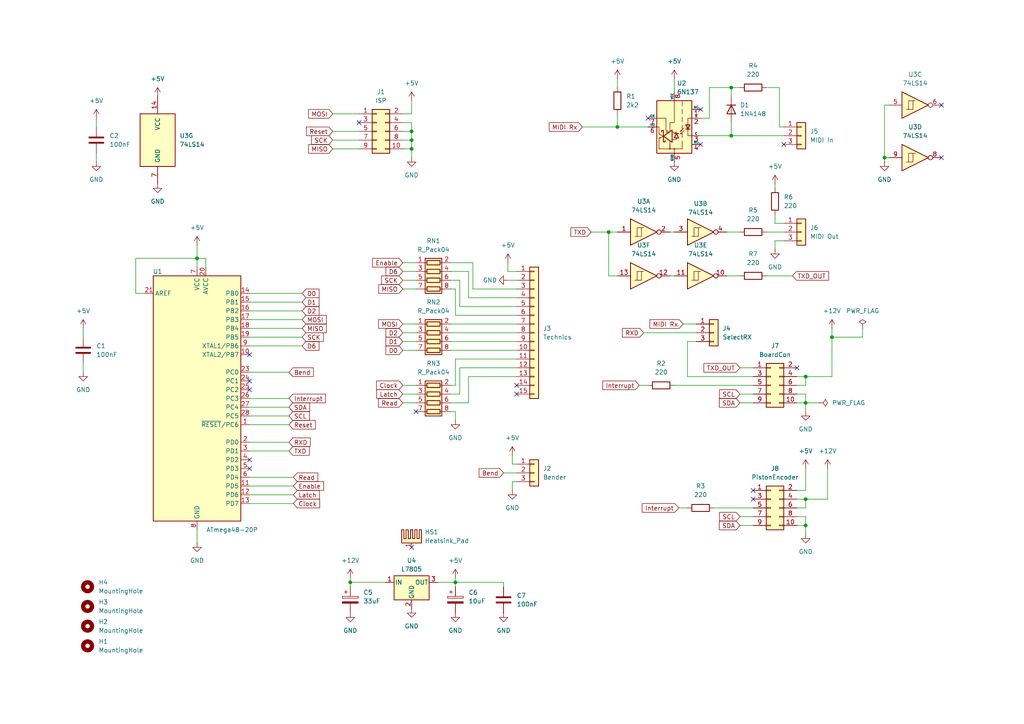
<source format=kicad_sch>
(kicad_sch (version 20231120) (generator "eeschema") (generator_version "8.0")
  (paper "A4")
  (lib_symbols
    (symbol "74xx:74LS14" (pin_names (offset 1.016))
      (property "Reference" "U" (at 0 1.27 0))
      (property "Value" "74LS14" (at 0 -1.27 0))
      (symbol "74LS14_1_0"
        (pin input line (at -7.62 0 0) (length 3.81) (name "~") (number "1"))
        (pin output inverted (at 7.62 0 180) (length 3.81) (name "~") (number "2"))
      )
      (symbol "74LS14_2_0"
        (pin input line (at -7.62 0 0) (length 3.81) (name "~") (number "3"))
        (pin output inverted (at 7.62 0 180) (length 3.81) (name "~") (number "4"))
      )
      (symbol "74LS14_3_0"
        (pin input line (at -7.62 0 0) (length 3.81) (name "~") (number "5"))
        (pin output inverted (at 7.62 0 180) (length 3.81) (name "~") (number "6"))
      )
      (symbol "74LS14_4_0"
        (pin output inverted (at 7.62 0 180) (length 3.81) (name "~") (number "8"))
        (pin input line (at -7.62 0 0) (length 3.81) (name "~") (number "9"))
      )
      (symbol "74LS14_5_0"
        (pin output inverted (at 7.62 0 180) (length 3.81) (name "~") (number "10"))
        (pin input line (at -7.62 0 0) (length 3.81) (name "~") (number "11"))
      )
      (symbol "74LS14_6_0"
        (pin output inverted (at 7.62 0 180) (length 3.81) (name "~") (number "12"))
        (pin input line (at -7.62 0 0) (length 3.81) (name "~") (number "13"))
      )
      (symbol "74LS14_7_0"
        (pin power_in line (at 0 12.7 270) (length 5.08) (name "VCC") (number "14"))
        (pin power_in line (at 0 -12.7 90) (length 5.08) (name "GND") (number "7"))
      )
    )
    (symbol "Connector_Generic:Conn_01x03" (pin_names (offset 1.016) hide)
      (property "Reference" "J" (at 0 5.08 0))
      (property "Value" "Conn_01x03" (at 0 -5.08 0))
      (symbol "Conn_01x03_1_1"
        (pin passive line (at -5.08 2.54 0) (length 3.81) (name "Pin_1") (number "1"))
        (pin passive line (at -5.08 0 0) (length 3.81) (name "Pin_2") (number "2"))
        (pin passive line (at -5.08 -2.54 0) (length 3.81) (name "Pin_3") (number "3"))
      )
    )
    (symbol "Connector_Generic:Conn_01x15" (pin_names (offset 1.016) hide)
      (property "Reference" "J" (at 0 20.32 0))
      (property "Value" "Conn_01x15" (at 0 -20.32 0))
      (symbol "Conn_01x15_1_1"
        (pin passive line (at -5.08 17.78 0) (length 3.81) (name "Pin_1") (number "1"))
        (pin passive line (at -5.08 -5.08 0) (length 3.81) (name "Pin_10") (number "10"))
        (pin passive line (at -5.08 -7.62 0) (length 3.81) (name "Pin_11") (number "11"))
        (pin passive line (at -5.08 -10.16 0) (length 3.81) (name "Pin_12") (number "12"))
        (pin passive line (at -5.08 -12.7 0) (length 3.81) (name "Pin_13") (number "13"))
        (pin passive line (at -5.08 -15.24 0) (length 3.81) (name "Pin_14") (number "14"))
        (pin passive line (at -5.08 -17.78 0) (length 3.81) (name "Pin_15") (number "15"))
        (pin passive line (at -5.08 15.24 0) (length 3.81) (name "Pin_2") (number "2"))
        (pin passive line (at -5.08 12.7 0) (length 3.81) (name "Pin_3") (number "3"))
        (pin passive line (at -5.08 10.16 0) (length 3.81) (name "Pin_4") (number "4"))
        (pin passive line (at -5.08 7.62 0) (length 3.81) (name "Pin_5") (number "5"))
        (pin passive line (at -5.08 5.08 0) (length 3.81) (name "Pin_6") (number "6"))
        (pin passive line (at -5.08 2.54 0) (length 3.81) (name "Pin_7") (number "7"))
        (pin passive line (at -5.08 0 0) (length 3.81) (name "Pin_8") (number "8"))
        (pin passive line (at -5.08 -2.54 0) (length 3.81) (name "Pin_9") (number "9"))
      )
    )
    (symbol "Connector_Generic:Conn_02x05_Odd_Even" (pin_names (offset 1.016) hide)
      (property "Reference" "J" (at 1.27 7.62 0))
      (property "Value" "Conn_02x05_Odd_Even" (at 1.27 -7.62 0))
      (symbol "Conn_02x05_Odd_Even_1_1"
        (pin passive line (at -5.08 5.08 0) (length 3.81) (name "Pin_1") (number "1"))
        (pin passive line (at 7.62 -5.08 180) (length 3.81) (name "Pin_10") (number "10"))
        (pin passive line (at 7.62 5.08 180) (length 3.81) (name "Pin_2") (number "2"))
        (pin passive line (at -5.08 2.54 0) (length 3.81) (name "Pin_3") (number "3"))
        (pin passive line (at 7.62 2.54 180) (length 3.81) (name "Pin_4") (number "4"))
        (pin passive line (at -5.08 0 0) (length 3.81) (name "Pin_5") (number "5"))
        (pin passive line (at 7.62 0 180) (length 3.81) (name "Pin_6") (number "6"))
        (pin passive line (at -5.08 -2.54 0) (length 3.81) (name "Pin_7") (number "7"))
        (pin passive line (at 7.62 -2.54 180) (length 3.81) (name "Pin_8") (number "8"))
        (pin passive line (at -5.08 -5.08 0) (length 3.81) (name "Pin_9") (number "9"))
      )
    )
    (symbol "Custom_Symbols:R_Pack04_SIL" (pin_names (offset 0) hide)
      (property "Reference" "RN3" (at 8.89 0 90))
      (property "Value" "R_Pack04" (at 6.35 0 90))
      (symbol "R_Pack04_SIL_1_1"
        (pin passive line (at -5.08 -5.08 90) (length 2.54) (name "R1.1") (number "1"))
        (pin passive line (at -5.08 5.08 270) (length 2.54) (name "R1.2") (number "2"))
        (pin passive line (at -2.54 -5.08 90) (length 2.54) (name "R2.1") (number "3"))
        (pin passive line (at -2.54 5.08 270) (length 2.54) (name "R2.2") (number "4"))
        (pin passive line (at 0 -5.08 90) (length 2.54) (name "R3.1") (number "5"))
        (pin passive line (at 0 5.08 270) (length 2.54) (name "R3.2") (number "6"))
        (pin passive line (at 2.54 -5.08 90) (length 2.54) (name "R4.1") (number "7"))
        (pin passive line (at 2.54 5.08 270) (length 2.54) (name "R4.2") (number "8"))
      )
    )
    (symbol "Device:C" (pin_numbers hide) (pin_names (offset 0.254))
      (property "Reference" "C" (at 0.635 2.54 0))
      (property "Value" "C" (at 0.635 -2.54 0))
      (symbol "C_1_1"
        (pin passive line (at 0 3.81 270) (length 2.794) (name "~") (number "1"))
        (pin passive line (at 0 -3.81 90) (length 2.794) (name "~") (number "2"))
      )
    )
    (symbol "Device:C_Polarized" (pin_numbers hide) (pin_names (offset 0.254))
      (property "Reference" "C" (at 0.635 2.54 0))
      (property "Value" "C_Polarized" (at 0.635 -2.54 0))
      (symbol "C_Polarized_1_1"
        (pin passive line (at 0 3.81 270) (length 2.794) (name "~") (number "1"))
        (pin passive line (at 0 -3.81 90) (length 2.794) (name "~") (number "2"))
      )
    )
    (symbol "Device:R" (pin_numbers hide) (pin_names (offset 0))
      (property "Reference" "R" (at 2.032 0 90))
      (property "Value" "R" (at 0 0 90))
      (symbol "R_1_1"
        (pin passive line (at 0 3.81 270) (length 1.27) (name "~") (number "1"))
        (pin passive line (at 0 -3.81 90) (length 1.27) (name "~") (number "2"))
      )
    )
    (symbol "Diode:1N4148" (pin_numbers hide) (pin_names hide)
      (property "Reference" "D" (at 0 2.54 0))
      (property "Value" "1N4148" (at 0 -2.54 0))
      (symbol "1N4148_1_1"
        (pin passive line (at -3.81 0 0) (length 2.54) (name "K") (number "1"))
        (pin passive line (at 3.81 0 180) (length 2.54) (name "A") (number "2"))
      )
    )
    (symbol "Isolator:6N137" (pin_names (offset 0))
      (property "Reference" "U" (at -4.064 8.89 0))
      (property "Value" "6N137" (at 0 -8.89 0))
      (symbol "6N137_1_1"
        (pin passive line (at -7.62 5.08 0) (length 2.54) (name "NC") (number "1"))
        (pin passive line (at -7.62 2.54 0) (length 2.54) (name "A") (number "2"))
        (pin passive line (at -7.62 -2.54 0) (length 2.54) (name "C") (number "3"))
        (pin passive line (at -7.62 -5.08 0) (length 2.54) (name "NC") (number "4"))
        (pin power_in line (at 0 -10.16 90) (length 2.54) (name "GND") (number "5"))
        (pin open_collector line (at 7.62 0 180) (length 2.54) (name "VO") (number "6"))
        (pin input line (at 7.62 2.54 180) (length 2.54) (name "EN") (number "7"))
        (pin power_in line (at 0 10.16 270) (length 2.54) (name "VCC") (number "8"))
      )
    )
    (symbol "MCU_Microchip_ATmega:ATmega48-20P"
      (property "Reference" "U" (at -12.7 36.83 0))
      (property "Value" "ATmega48-20P" (at 2.54 -36.83 0))
      (symbol "ATmega48-20P_1_1"
        (pin bidirectional line (at 15.24 -7.62 180) (length 2.54) (name "~{RESET}/PC6") (number "1"))
        (pin bidirectional line (at 15.24 12.7 180) (length 2.54) (name "XTAL2/PB7") (number "10"))
        (pin bidirectional line (at 15.24 -25.4 180) (length 2.54) (name "PD5") (number "11"))
        (pin bidirectional line (at 15.24 -27.94 180) (length 2.54) (name "PD6") (number "12"))
        (pin bidirectional line (at 15.24 -30.48 180) (length 2.54) (name "PD7") (number "13"))
        (pin bidirectional line (at 15.24 30.48 180) (length 2.54) (name "PB0") (number "14"))
        (pin bidirectional line (at 15.24 27.94 180) (length 2.54) (name "PB1") (number "15"))
        (pin bidirectional line (at 15.24 25.4 180) (length 2.54) (name "PB2") (number "16"))
        (pin bidirectional line (at 15.24 22.86 180) (length 2.54) (name "PB3") (number "17"))
        (pin bidirectional line (at 15.24 20.32 180) (length 2.54) (name "PB4") (number "18"))
        (pin bidirectional line (at 15.24 17.78 180) (length 2.54) (name "PB5") (number "19"))
        (pin bidirectional line (at 15.24 -12.7 180) (length 2.54) (name "PD0") (number "2"))
        (pin power_in line (at 2.54 38.1 270) (length 2.54) (name "AVCC") (number "20"))
        (pin passive line (at -15.24 30.48 0) (length 2.54) (name "AREF") (number "21"))
        (pin passive line (at 0 -38.1 90) (length 2.54) hide (name "GND") (number "22"))
        (pin bidirectional line (at 15.24 7.62 180) (length 2.54) (name "PC0") (number "23"))
        (pin bidirectional line (at 15.24 5.08 180) (length 2.54) (name "PC1") (number "24"))
        (pin bidirectional line (at 15.24 2.54 180) (length 2.54) (name "PC2") (number "25"))
        (pin bidirectional line (at 15.24 0 180) (length 2.54) (name "PC3") (number "26"))
        (pin bidirectional line (at 15.24 -2.54 180) (length 2.54) (name "PC4") (number "27"))
        (pin bidirectional line (at 15.24 -5.08 180) (length 2.54) (name "PC5") (number "28"))
        (pin bidirectional line (at 15.24 -15.24 180) (length 2.54) (name "PD1") (number "3"))
        (pin bidirectional line (at 15.24 -17.78 180) (length 2.54) (name "PD2") (number "4"))
        (pin bidirectional line (at 15.24 -20.32 180) (length 2.54) (name "PD3") (number "5"))
        (pin bidirectional line (at 15.24 -22.86 180) (length 2.54) (name "PD4") (number "6"))
        (pin power_in line (at 0 38.1 270) (length 2.54) (name "VCC") (number "7"))
        (pin power_in line (at 0 -38.1 90) (length 2.54) (name "GND") (number "8"))
        (pin bidirectional line (at 15.24 15.24 180) (length 2.54) (name "XTAL1/PB6") (number "9"))
      )
    )
    (symbol "Mechanical:Heatsink_Pad" (pin_names (offset 0))
      (property "Reference" "HS" (at 0 5.715 0))
      (property "Value" "Heatsink_Pad" (at 0 3.81 0))
      (symbol "Heatsink_Pad_1_1"
        (pin passive line (at 0 -2.54 90) (length 1.27) (name "~") (number "1"))
      )
    )
    (symbol "Mechanical:MountingHole" (pin_names (offset 1.016))
      (property "Reference" "H" (at 0 5.08 0))
      (property "Value" "MountingHole" (at 0 3.175 0))
    )
    (symbol "Regulator_Linear:L7805" (pin_names (offset 0.254))
      (property "Reference" "U" (at -3.81 3.175 0))
      (property "Value" "L7805" (at 0 3.175 0))
      (symbol "L7805_1_1"
        (pin power_in line (at -7.62 0 0) (length 2.54) (name "IN") (number "1"))
        (pin power_in line (at 0 -7.62 90) (length 2.54) (name "GND") (number "2"))
        (pin power_out line (at 7.62 0 180) (length 2.54) (name "OUT") (number "3"))
      )
    )
    (symbol "power:+12V" (power) (pin_numbers hide) (pin_names (offset 0) hide)
      (property "Value" "+12V" (at 0 3.556 0))
      (symbol "+12V_1_1"
        (pin power_in line (at 0 0 90) (length 0) (name "~") (number "1"))
      )
    )
    (symbol "power:+5V" (power) (pin_numbers hide) (pin_names (offset 0) hide)
      (property "Value" "+5V" (at 0 3.556 0))
      (symbol "+5V_1_1"
        (pin power_in line (at 0 0 90) (length 0) (name "~") (number "1"))
      )
    )
    (symbol "power:GND" (power) (pin_numbers hide) (pin_names (offset 0) hide)
      (property "Value" "GND" (at 0 -3.81 0))
      (symbol "GND_1_1"
        (pin power_in line (at 0 0 270) (length 0) (name "~") (number "1"))
      )
    )
    (symbol "power:PWR_FLAG" (power) (pin_numbers hide) (pin_names (offset 0) hide)
      (property "Value" "PWR_FLAG" (at 0 3.81 0))
      (symbol "PWR_FLAG_0_0"
        (pin power_out line (at 0 0 90) (length 0) (name "~") (number "1"))
      )
    )
  )
  (junction (at 179.07 36.83))
  (junction (at 241.3 97.79))
  (junction (at 233.68 152.4))
  (junction (at 132.08 168.91))
  (junction (at 101.6 168.91))
  (junction (at 233.68 109.22))
  (junction (at 256.54 45.72))
  (junction (at 119.38 38.1))
  (junction (at 233.68 116.84))
  (junction (at 119.38 40.64))
  (junction (at 57.15 74.93))
  (junction (at 176.53 67.31))
  (junction (at 119.38 43.18))
  (junction (at 212.09 25.4))
  (junction (at 212.09 39.37))
  (junction (at 233.68 144.78))
  (no_connect (at 119.38 158.75))
  (no_connect (at 273.05 30.48))
  (no_connect (at 218.44 142.24))
  (no_connect (at 149.86 114.3))
  (no_connect (at 72.39 135.89))
  (no_connect (at 203.2 41.91))
  (no_connect (at 149.86 111.76))
  (no_connect (at 203.2 31.75))
  (no_connect (at 72.39 110.49))
  (no_connect (at 187.96 34.29))
  (no_connect (at 104.14 35.56))
  (no_connect (at 231.14 106.68))
  (no_connect (at 72.39 113.03))
  (no_connect (at 273.05 45.72))
  (no_connect (at 72.39 133.35))
  (no_connect (at 72.39 102.87))
  (no_connect (at 218.44 144.78))
  (no_connect (at 227.33 41.91))
  (no_connect (at 120.65 119.38))
  (wire (pts (xy 72.39 87.63) (xy 87.63 87.63)))
  (wire (pts (xy 130.81 114.3) (xy 133.35 114.3)))
  (wire (pts (xy 199.39 109.22) (xy 199.39 99.06)))
  (wire (pts (xy 195.58 22.86) (xy 195.58 26.67)))
  (wire (pts (xy 227.33 36.83) (xy 226.06 36.83)))
  (wire (pts (xy 203.2 34.29) (xy 205.74 34.29)))
  (wire (pts (xy 133.35 88.9) (xy 149.86 88.9)))
  (wire (pts (xy 119.38 33.02) (xy 119.38 29.21)))
  (wire (pts (xy 250.19 95.25) (xy 250.19 97.79)))
  (wire (pts (xy 72.39 107.95) (xy 83.82 107.95)))
  (wire (pts (xy 233.68 114.3) (xy 233.68 116.84)))
  (wire (pts (xy 72.39 143.51) (xy 85.09 143.51)))
  (wire (pts (xy 116.84 76.2) (xy 120.65 76.2)))
  (wire (pts (xy 137.16 83.82) (xy 149.86 83.82)))
  (wire (pts (xy 179.07 36.83) (xy 187.96 36.83)))
  (wire (pts (xy 72.39 95.25) (xy 87.63 95.25)))
  (wire (pts (xy 72.39 85.09) (xy 87.63 85.09)))
  (wire (pts (xy 127 168.91) (xy 132.08 168.91)))
  (wire (pts (xy 149.86 139.7) (xy 148.59 139.7)))
  (wire (pts (xy 39.37 85.09) (xy 39.37 74.93)))
  (wire (pts (xy 119.38 35.56) (xy 119.38 38.1)))
  (wire (pts (xy 214.63 114.3) (xy 218.44 114.3)))
  (wire (pts (xy 214.63 149.86) (xy 218.44 149.86)))
  (wire (pts (xy 119.38 40.64) (xy 119.38 43.18)))
  (wire (pts (xy 233.68 116.84) (xy 237.49 116.84)))
  (wire (pts (xy 116.84 38.1) (xy 119.38 38.1)))
  (wire (pts (xy 194.31 67.31) (xy 195.58 67.31)))
  (wire (pts (xy 130.81 93.98) (xy 149.86 93.98)))
  (wire (pts (xy 101.6 170.18) (xy 101.6 168.91)))
  (wire (pts (xy 119.38 43.18) (xy 119.38 45.72)))
  (wire (pts (xy 130.81 78.74) (xy 135.89 78.74)))
  (wire (pts (xy 132.08 83.82) (xy 132.08 91.44)))
  (wire (pts (xy 72.39 92.71) (xy 87.63 92.71)))
  (wire (pts (xy 101.6 167.64) (xy 101.6 168.91)))
  (wire (pts (xy 130.81 101.6) (xy 149.86 101.6)))
  (wire (pts (xy 41.91 85.09) (xy 39.37 85.09)))
  (wire (pts (xy 24.13 95.25) (xy 24.13 97.79)))
  (wire (pts (xy 135.89 109.22) (xy 149.86 109.22)))
  (wire (pts (xy 210.82 80.01) (xy 214.63 80.01)))
  (wire (pts (xy 231.14 111.76) (xy 233.68 111.76)))
  (wire (pts (xy 24.13 105.41) (xy 24.13 107.95)))
  (wire (pts (xy 226.06 36.83) (xy 226.06 25.4)))
  (wire (pts (xy 130.81 96.52) (xy 149.86 96.52)))
  (wire (pts (xy 256.54 46.99) (xy 256.54 45.72)))
  (wire (pts (xy 185.42 111.76) (xy 187.96 111.76)))
  (wire (pts (xy 57.15 74.93) (xy 59.69 74.93)))
  (wire (pts (xy 231.14 142.24) (xy 233.68 142.24)))
  (wire (pts (xy 132.08 121.92) (xy 132.08 119.38)))
  (wire (pts (xy 133.35 114.3) (xy 133.35 106.68)))
  (wire (pts (xy 199.39 109.22) (xy 218.44 109.22)))
  (wire (pts (xy 39.37 74.93) (xy 57.15 74.93)))
  (wire (pts (xy 212.09 25.4) (xy 214.63 25.4)))
  (wire (pts (xy 148.59 134.62) (xy 149.86 134.62)))
  (wire (pts (xy 194.31 80.01) (xy 195.58 80.01)))
  (wire (pts (xy 146.05 170.18) (xy 146.05 168.91)))
  (wire (pts (xy 233.68 149.86) (xy 233.68 152.4)))
  (wire (pts (xy 231.14 109.22) (xy 233.68 109.22)))
  (wire (pts (xy 233.68 147.32) (xy 233.68 144.78)))
  (wire (pts (xy 116.84 99.06) (xy 120.65 99.06)))
  (wire (pts (xy 27.94 44.45) (xy 27.94 46.99)))
  (wire (pts (xy 27.94 34.29) (xy 27.94 36.83)))
  (wire (pts (xy 241.3 109.22) (xy 241.3 97.79)))
  (wire (pts (xy 176.53 67.31) (xy 179.07 67.31)))
  (wire (pts (xy 207.01 147.32) (xy 218.44 147.32)))
  (wire (pts (xy 132.08 168.91) (xy 146.05 168.91)))
  (wire (pts (xy 72.39 140.97) (xy 85.09 140.97)))
  (wire (pts (xy 224.79 72.39) (xy 224.79 69.85)))
  (wire (pts (xy 199.39 99.06) (xy 201.93 99.06)))
  (wire (pts (xy 233.68 116.84) (xy 233.68 119.38)))
  (wire (pts (xy 233.68 111.76) (xy 233.68 109.22)))
  (wire (pts (xy 130.81 116.84) (xy 135.89 116.84)))
  (wire (pts (xy 116.84 93.98) (xy 120.65 93.98)))
  (wire (pts (xy 233.68 152.4) (xy 233.68 154.94)))
  (wire (pts (xy 147.32 78.74) (xy 149.86 78.74)))
  (wire (pts (xy 116.84 116.84) (xy 120.65 116.84)))
  (wire (pts (xy 231.14 144.78) (xy 233.68 144.78)))
  (wire (pts (xy 147.32 76.2) (xy 147.32 78.74)))
  (wire (pts (xy 233.68 109.22) (xy 241.3 109.22)))
  (wire (pts (xy 132.08 168.91) (xy 132.08 170.18)))
  (wire (pts (xy 212.09 39.37) (xy 227.33 39.37)))
  (wire (pts (xy 72.39 100.33) (xy 87.63 100.33)))
  (wire (pts (xy 130.81 99.06) (xy 149.86 99.06)))
  (wire (pts (xy 96.52 40.64) (xy 104.14 40.64)))
  (wire (pts (xy 147.32 81.28) (xy 149.86 81.28)))
  (wire (pts (xy 132.08 119.38) (xy 130.81 119.38)))
  (wire (pts (xy 224.79 69.85) (xy 227.33 69.85)))
  (wire (pts (xy 195.58 111.76) (xy 218.44 111.76)))
  (wire (pts (xy 130.81 76.2) (xy 137.16 76.2)))
  (wire (pts (xy 116.84 40.64) (xy 119.38 40.64)))
  (wire (pts (xy 224.79 64.77) (xy 227.33 64.77)))
  (wire (pts (xy 132.08 167.64) (xy 132.08 168.91)))
  (wire (pts (xy 148.59 139.7) (xy 148.59 142.24)))
  (wire (pts (xy 212.09 25.4) (xy 212.09 27.94)))
  (wire (pts (xy 179.07 33.02) (xy 179.07 36.83)))
  (wire (pts (xy 168.91 36.83) (xy 179.07 36.83)))
  (wire (pts (xy 171.45 67.31) (xy 176.53 67.31)))
  (wire (pts (xy 57.15 74.93) (xy 57.15 77.47)))
  (wire (pts (xy 148.59 132.08) (xy 148.59 134.62)))
  (wire (pts (xy 116.84 33.02) (xy 119.38 33.02)))
  (wire (pts (xy 57.15 71.12) (xy 57.15 74.93)))
  (wire (pts (xy 135.89 116.84) (xy 135.89 109.22)))
  (wire (pts (xy 224.79 53.34) (xy 224.79 54.61)))
  (wire (pts (xy 130.81 83.82) (xy 132.08 83.82)))
  (wire (pts (xy 226.06 25.4) (xy 222.25 25.4)))
  (wire (pts (xy 96.52 33.02) (xy 104.14 33.02)))
  (wire (pts (xy 72.39 130.81) (xy 83.82 130.81)))
  (wire (pts (xy 96.52 43.18) (xy 104.14 43.18)))
  (wire (pts (xy 224.79 62.23) (xy 224.79 64.77)))
  (wire (pts (xy 203.2 39.37) (xy 212.09 39.37)))
  (wire (pts (xy 214.63 116.84) (xy 218.44 116.84)))
  (wire (pts (xy 59.69 74.93) (xy 59.69 77.47)))
  (wire (pts (xy 130.81 81.28) (xy 133.35 81.28)))
  (wire (pts (xy 222.25 67.31) (xy 227.33 67.31)))
  (wire (pts (xy 133.35 81.28) (xy 133.35 88.9)))
  (wire (pts (xy 116.84 101.6) (xy 120.65 101.6)))
  (wire (pts (xy 256.54 30.48) (xy 256.54 45.72)))
  (wire (pts (xy 72.39 115.57) (xy 83.82 115.57)))
  (wire (pts (xy 119.38 38.1) (xy 119.38 40.64)))
  (wire (pts (xy 231.14 152.4) (xy 233.68 152.4)))
  (wire (pts (xy 116.84 83.82) (xy 120.65 83.82)))
  (wire (pts (xy 205.74 25.4) (xy 212.09 25.4)))
  (wire (pts (xy 72.39 123.19) (xy 83.82 123.19)))
  (wire (pts (xy 72.39 97.79) (xy 87.63 97.79)))
  (wire (pts (xy 214.63 106.68) (xy 218.44 106.68)))
  (wire (pts (xy 146.05 137.16) (xy 149.86 137.16)))
  (wire (pts (xy 116.84 96.52) (xy 120.65 96.52)))
  (wire (pts (xy 101.6 168.91) (xy 111.76 168.91)))
  (wire (pts (xy 176.53 80.01) (xy 176.53 67.31)))
  (wire (pts (xy 198.12 93.98) (xy 201.93 93.98)))
  (wire (pts (xy 57.15 153.67) (xy 57.15 157.48)))
  (wire (pts (xy 240.03 144.78) (xy 233.68 144.78)))
  (wire (pts (xy 116.84 114.3) (xy 120.65 114.3)))
  (wire (pts (xy 205.74 34.29) (xy 205.74 25.4)))
  (wire (pts (xy 231.14 116.84) (xy 233.68 116.84)))
  (wire (pts (xy 212.09 35.56) (xy 212.09 39.37)))
  (wire (pts (xy 116.84 35.56) (xy 119.38 35.56)))
  (wire (pts (xy 133.35 106.68) (xy 149.86 106.68)))
  (wire (pts (xy 72.39 90.17) (xy 87.63 90.17)))
  (wire (pts (xy 186.69 96.52) (xy 201.93 96.52)))
  (wire (pts (xy 241.3 95.25) (xy 241.3 97.79)))
  (wire (pts (xy 135.89 78.74) (xy 135.89 86.36)))
  (wire (pts (xy 132.08 91.44) (xy 149.86 91.44)))
  (wire (pts (xy 72.39 138.43) (xy 85.09 138.43)))
  (wire (pts (xy 137.16 76.2) (xy 137.16 83.82)))
  (wire (pts (xy 72.39 118.11) (xy 83.82 118.11)))
  (wire (pts (xy 116.84 43.18) (xy 119.38 43.18)))
  (wire (pts (xy 231.14 114.3) (xy 233.68 114.3)))
  (wire (pts (xy 116.84 78.74) (xy 120.65 78.74)))
  (wire (pts (xy 233.68 142.24) (xy 233.68 135.89)))
  (wire (pts (xy 250.19 97.79) (xy 241.3 97.79)))
  (wire (pts (xy 222.25 80.01) (xy 229.87 80.01)))
  (wire (pts (xy 132.08 104.14) (xy 149.86 104.14)))
  (wire (pts (xy 231.14 147.32) (xy 233.68 147.32)))
  (wire (pts (xy 196.85 147.32) (xy 199.39 147.32)))
  (wire (pts (xy 214.63 152.4) (xy 218.44 152.4)))
  (wire (pts (xy 130.81 111.76) (xy 132.08 111.76)))
  (wire (pts (xy 256.54 45.72) (xy 257.81 45.72)))
  (wire (pts (xy 72.39 128.27) (xy 83.82 128.27)))
  (wire (pts (xy 240.03 135.89) (xy 240.03 144.78)))
  (wire (pts (xy 231.14 149.86) (xy 233.68 149.86)))
  (wire (pts (xy 96.52 38.1) (xy 104.14 38.1)))
  (wire (pts (xy 179.07 80.01) (xy 176.53 80.01)))
  (wire (pts (xy 116.84 111.76) (xy 120.65 111.76)))
  (wire (pts (xy 179.07 22.86) (xy 179.07 25.4)))
  (wire (pts (xy 72.39 146.05) (xy 85.09 146.05)))
  (wire (pts (xy 210.82 67.31) (xy 214.63 67.31)))
  (wire (pts (xy 116.84 81.28) (xy 120.65 81.28)))
  (wire (pts (xy 257.81 30.48) (xy 256.54 30.48)))
  (wire (pts (xy 135.89 86.36) (xy 149.86 86.36)))
  (wire (pts (xy 72.39 120.65) (xy 83.82 120.65)))
  (wire (pts (xy 132.08 111.76) (xy 132.08 104.14)))
  (global_label "MIDI Rx" (shape input) (at 198.12 93.98 180) (property "Intersheetrefs" "${INTERSHEET_REFS}" (effects (hide yes))))
  (global_label "Enable" (shape input) (at 116.84 76.2 180) (property "Intersheetrefs" "${INTERSHEET_REFS}" (effects (hide yes))))
  (global_label "Clock" (shape input) (at 85.09 146.05 0) (property "Intersheetrefs" "${INTERSHEET_REFS}" (effects (hide yes))))
  (global_label "RXD" (shape input) (at 186.69 96.52 180) (property "Intersheetrefs" "${INTERSHEET_REFS}" (effects (hide yes))))
  (global_label "Bend" (shape input) (at 146.05 137.16 180) (property "Intersheetrefs" "${INTERSHEET_REFS}" (effects (hide yes))))
  (global_label "RXD" (shape input) (at 83.82 128.27 0) (property "Intersheetrefs" "${INTERSHEET_REFS}" (effects (hide yes))))
  (global_label "Interrupt" (shape input) (at 185.42 111.76 180) (property "Intersheetrefs" "${INTERSHEET_REFS}" (effects (hide yes))))
  (global_label "Latch" (shape input) (at 116.84 114.3 180) (property "Intersheetrefs" "${INTERSHEET_REFS}" (effects (hide yes))))
  (global_label "TXD" (shape input) (at 171.45 67.31 180) (property "Intersheetrefs" "${INTERSHEET_REFS}" (effects (hide yes))))
  (global_label "D1" (shape input) (at 87.63 87.63 0) (property "Intersheetrefs" "${INTERSHEET_REFS}" (effects (hide yes))))
  (global_label "MOSI" (shape input) (at 87.63 92.71 0) (property "Intersheetrefs" "${INTERSHEET_REFS}" (effects (hide yes))))
  (global_label "MISO" (shape input) (at 87.63 95.25 0) (property "Intersheetrefs" "${INTERSHEET_REFS}" (effects (hide yes))))
  (global_label "MISO" (shape input) (at 116.84 83.82 180) (property "Intersheetrefs" "${INTERSHEET_REFS}" (effects (hide yes))))
  (global_label "D6" (shape input) (at 116.84 78.74 180) (property "Intersheetrefs" "${INTERSHEET_REFS}" (effects (hide yes))))
  (global_label "MIDI Rx" (shape input) (at 168.91 36.83 180) (property "Intersheetrefs" "${INTERSHEET_REFS}" (effects (hide yes))))
  (global_label "Reset" (shape input) (at 83.82 123.19 0) (property "Intersheetrefs" "${INTERSHEET_REFS}" (effects (hide yes))))
  (global_label "MOSI" (shape input) (at 116.84 93.98 180) (property "Intersheetrefs" "${INTERSHEET_REFS}" (effects (hide yes))))
  (global_label "SCK" (shape input) (at 116.84 81.28 180) (property "Intersheetrefs" "${INTERSHEET_REFS}" (effects (hide yes))))
  (global_label "D2" (shape input) (at 116.84 96.52 180) (property "Intersheetrefs" "${INTERSHEET_REFS}" (effects (hide yes))))
  (global_label "D1" (shape input) (at 116.84 99.06 180) (property "Intersheetrefs" "${INTERSHEET_REFS}" (effects (hide yes))))
  (global_label "Read" (shape input) (at 85.09 138.43 0) (property "Intersheetrefs" "${INTERSHEET_REFS}" (effects (hide yes))))
  (global_label "D0" (shape input) (at 87.63 85.09 0) (property "Intersheetrefs" "${INTERSHEET_REFS}" (effects (hide yes))))
  (global_label "SCL" (shape input) (at 214.63 149.86 180) (property "Intersheetrefs" "${INTERSHEET_REFS}" (effects (hide yes))))
  (global_label "SDA" (shape input) (at 83.82 118.11 0) (property "Intersheetrefs" "${INTERSHEET_REFS}" (effects (hide yes))))
  (global_label "D0" (shape input) (at 116.84 101.6 180) (property "Intersheetrefs" "${INTERSHEET_REFS}" (effects (hide yes))))
  (global_label "TXD_OUT" (shape input) (at 229.87 80.01 0) (property "Intersheetrefs" "${INTERSHEET_REFS}" (effects (hide yes))))
  (global_label "Enable" (shape input) (at 85.09 140.97 0) (property "Intersheetrefs" "${INTERSHEET_REFS}" (effects (hide yes))))
  (global_label "SCL" (shape input) (at 214.63 114.3 180) (property "Intersheetrefs" "${INTERSHEET_REFS}" (effects (hide yes))))
  (global_label "Interrupt" (shape input) (at 196.85 147.32 180) (property "Intersheetrefs" "${INTERSHEET_REFS}" (effects (hide yes))))
  (global_label "SCK" (shape input) (at 96.52 40.64 180) (property "Intersheetrefs" "${INTERSHEET_REFS}" (effects (hide yes))))
  (global_label "SDA" (shape input) (at 214.63 116.84 180) (property "Intersheetrefs" "${INTERSHEET_REFS}" (effects (hide yes))))
  (global_label "TXD_OUT" (shape input) (at 214.63 106.68 180) (property "Intersheetrefs" "${INTERSHEET_REFS}" (effects (hide yes))))
  (global_label "Reset" (shape input) (at 96.52 38.1 180) (property "Intersheetrefs" "${INTERSHEET_REFS}" (effects (hide yes))))
  (global_label "Interrupt" (shape input) (at 83.82 115.57 0) (property "Intersheetrefs" "${INTERSHEET_REFS}" (effects (hide yes))))
  (global_label "SDA" (shape input) (at 214.63 152.4 180) (property "Intersheetrefs" "${INTERSHEET_REFS}" (effects (hide yes))))
  (global_label "TXD" (shape input) (at 83.82 130.81 0) (property "Intersheetrefs" "${INTERSHEET_REFS}" (effects (hide yes))))
  (global_label "D2" (shape input) (at 87.63 90.17 0) (property "Intersheetrefs" "${INTERSHEET_REFS}" (effects (hide yes))))
  (global_label "D6" (shape input) (at 87.63 100.33 0) (property "Intersheetrefs" "${INTERSHEET_REFS}" (effects (hide yes))))
  (global_label "Bend" (shape input) (at 83.82 107.95 0) (property "Intersheetrefs" "${INTERSHEET_REFS}" (effects (hide yes))))
  (global_label "SCK" (shape input) (at 87.63 97.79 0) (property "Intersheetrefs" "${INTERSHEET_REFS}" (effects (hide yes))))
  (global_label "MISO" (shape input) (at 96.52 43.18 180) (property "Intersheetrefs" "${INTERSHEET_REFS}" (effects (hide yes))))
  (global_label "Read" (shape input) (at 116.84 116.84 180) (property "Intersheetrefs" "${INTERSHEET_REFS}" (effects (hide yes))))
  (global_label "MOSI" (shape input) (at 96.52 33.02 180) (property "Intersheetrefs" "${INTERSHEET_REFS}" (effects (hide yes))))
  (global_label "Latch" (shape input) (at 85.09 143.51 0) (property "Intersheetrefs" "${INTERSHEET_REFS}" (effects (hide yes))))
  (global_label "Clock" (shape input) (at 116.84 111.76 180) (property "Intersheetrefs" "${INTERSHEET_REFS}" (effects (hide yes))))
  (global_label "SCL" (shape input) (at 83.82 120.65 0) (property "Intersheetrefs" "${INTERSHEET_REFS}" (effects (hide yes))))
  (symbol (lib_id "74xx:74LS14") (at 186.69 67.31 0) (unit 1)
    (property "Reference" "U3" (at 186.69 58.42 0))
    (property "Value" "74LS14" (at 186.69 60.96 0))
    (property "Footprint" "Package_DIP:DIP-14_W7.62mm" (effects (hide yes)))
    (property "Datasheet" "http://www.ti.com/lit/gpn/sn74LS14" (effects (hide yes)))
    (property "Description" "Hex inverter schmitt trigger" (effects (hide yes)))
  )
  (symbol (lib_id "Isolator:6N137") (at 195.58 36.83 0) (mirror y) (unit 1)
    (property "Reference" "U2" (at 196.342 24.13 0) (effects (justify right)))
    (property "Value" "6N137" (at 196.342 26.67 0) (effects (justify right)))
    (property "Footprint" "Package_DIP:DIP-8_W7.62mm" (effects (hide yes)))
    (property "Datasheet" "https://docs.broadcom.com/docs/AV02-0940EN" (effects (hide yes)))
    (property "Description" "Single High Speed LSTTL/TTL Compatible Optocoupler with enable, dV/dt 1000/us, VCM 10, max 7V VCC, DIP-8" (effects (hide yes)))
  )
  (symbol (lib_id "power:+12V") (at 101.6 167.64 0) (unit 1)
    (property "Reference" "#PWR030" (effects (hide yes)))
    (property "Value" "+12V" (at 101.6 162.56 0))
    (property "Description" "Power symbol creates a global label with name \"+12V\"" (effects (hide yes)))
  )
  (symbol (lib_id "power:+12V") (at 240.03 135.89 0) (unit 1)
    (property "Reference" "#PWR019" (effects (hide yes)))
    (property "Value" "+12V" (at 240.03 130.81 0))
    (property "Description" "Power symbol creates a global label with name \"+12V\"" (effects (hide yes)))
  )
  (symbol (lib_id "power:+5V") (at 24.13 95.25 0) (unit 1)
    (property "Reference" "#PWR01" (effects (hide yes)))
    (property "Value" "+5V" (at 24.13 90.17 0))
    (property "Description" "Power symbol creates a global label with name \"+5V\"" (effects (hide yes)))
  )
  (symbol (lib_id "Connector_Generic:Conn_01x03") (at 207.01 96.52 0) (unit 1)
    (property "Reference" "J4" (at 209.55 95.2499 0) (effects (justify left)))
    (property "Value" "SelectRX" (at 209.55 97.7899 0) (effects (justify left)))
    (property "Footprint" "Connector_PinHeader_2.54mm:PinHeader_1x03_P2.54mm_Vertical" (effects (hide yes)))
    (property "Description" "Generic connector, single row, 01x03, script generated (kicad-library-utils/schlib/autogen/connector/)" (effects (hide yes)))
  )
  (symbol (lib_id "Custom_Symbols:R_Pack04_SIL") (at 125.73 116.84 270) (unit 1)
    (property "Reference" "RN3" (at 125.73 105.41 90))
    (property "Value" "R_Pack04" (at 125.73 107.95 90))
    (property "Footprint" "Resistor_THT:R_Array_SIP8" (effects (hide yes)))
  )
  (symbol (lib_id "Connector_Generic:Conn_01x03") (at 232.41 39.37 0) (unit 1)
    (property "Reference" "J5" (at 234.95 38.0999 0) (effects (justify left)))
    (property "Value" "MIDI In" (at 234.95 40.6399 0) (effects (justify left)))
    (property "Footprint" "Connector_PinHeader_2.54mm:PinHeader_1x03_P2.54mm_Vertical" (effects (hide yes)))
    (property "Description" "Generic connector, single row, 01x03, script generated (kicad-library-utils/schlib/autogen/connector/)" (effects (hide yes)))
  )
  (symbol (lib_id "Device:R") (at 218.44 67.31 90) (unit 1)
    (property "Reference" "R5" (at 218.44 60.96 90))
    (property "Value" "220" (at 218.44 63.5 90))
    (property "Footprint" "Resistor_THT:R_Axial_DIN0204_L3.6mm_D1.6mm_P7.62mm_Horizontal" (effects (hide yes)))
    (property "Description" "Resistor" (effects (hide yes)))
  )
  (symbol (lib_id "Device:C") (at 24.13 101.6 0) (unit 1)
    (property "Reference" "C1" (at 27.94 100.3299 0) (effects (justify left)))
    (property "Value" "100nF" (at 27.94 102.8699 0) (effects (justify left)))
    (property "Footprint" "Capacitor_THT:C_Disc_D4.3mm_W1.9mm_P5.00mm" (effects (hide yes)))
    (property "Description" "Unpolarized capacitor" (effects (hide yes)))
  )
  (symbol (lib_id "Device:R") (at 224.79 58.42 180) (unit 1)
    (property "Reference" "R6" (at 227.33 57.1499 0) (effects (justify right)))
    (property "Value" "220" (at 227.33 59.6899 0) (effects (justify right)))
    (property "Footprint" "Resistor_THT:R_Axial_DIN0204_L3.6mm_D1.6mm_P2.54mm_Vertical" (effects (hide yes)))
    (property "Description" "Resistor" (effects (hide yes)))
  )
  (symbol (lib_id "Mechanical:MountingHole") (at 25.4 181.61 0) (unit 1)
    (property "Reference" "H2" (at 28.575 180.34 0) (effects (justify left)))
    (property "Value" "MountingHole" (at 28.575 182.88 0) (effects (justify left)))
    (property "Footprint" "MountingHole:MountingHole_3mm" (effects (hide yes)))
    (property "Description" "Mounting Hole without connection" (effects (hide yes)))
  )
  (symbol (lib_id "Custom_Symbols:R_Pack04_SIL") (at 125.73 81.28 270) (unit 1)
    (property "Reference" "RN1" (at 125.73 69.85 90))
    (property "Value" "R_Pack04" (at 125.73 72.39 90))
    (property "Footprint" "Resistor_THT:R_Array_SIP8" (effects (hide yes)))
  )
  (symbol (lib_id "Mechanical:MountingHole") (at 25.4 187.325 0) (unit 1)
    (property "Reference" "H1" (at 28.575 186.055 0) (effects (justify left)))
    (property "Value" "MountingHole" (at 28.575 188.595 0) (effects (justify left)))
    (property "Footprint" "MountingHole:MountingHole_3mm" (effects (hide yes)))
    (property "Description" "Mounting Hole without connection" (effects (hide yes)))
  )
  (symbol (lib_id "power:GND") (at 132.08 177.8 0) (unit 1)
    (property "Reference" "#PWR034" (effects (hide yes)))
    (property "Value" "GND" (at 132.08 182.88 0))
    (property "Description" "Power symbol creates a global label with name \"GND\" , ground" (effects (hide yes)))
  )
  (symbol (lib_id "power:GND") (at 148.59 142.24 0) (unit 1)
    (property "Reference" "#PWR010" (effects (hide yes)))
    (property "Value" "GND" (at 148.59 147.32 0))
    (property "Description" "Power symbol creates a global label with name \"GND\" , ground" (effects (hide yes)))
  )
  (symbol (lib_id "Device:R") (at 218.44 80.01 90) (unit 1)
    (property "Reference" "R7" (at 218.44 73.66 90))
    (property "Value" "220" (at 218.44 76.2 90))
    (property "Footprint" "Resistor_THT:R_Axial_DIN0204_L3.6mm_D1.6mm_P7.62mm_Horizontal" (effects (hide yes)))
    (property "Description" "Resistor" (effects (hide yes)))
  )
  (symbol (lib_id "power:+5V") (at 148.59 132.08 0) (unit 1)
    (property "Reference" "#PWR09" (effects (hide yes)))
    (property "Value" "+5V" (at 148.59 127 0))
    (property "Description" "Power symbol creates a global label with name \"+5V\"" (effects (hide yes)))
  )
  (symbol (lib_id "Connector_Generic:Conn_01x15") (at 154.94 96.52 0) (unit 1)
    (property "Reference" "J3" (at 157.48 95.2499 0) (effects (justify left)))
    (property "Value" "Technics" (at 157.48 97.7899 0) (effects (justify left)))
    (property "Footprint" "Connector_JST:JST_PH_B15B-PH-K_1x15_P2.00mm_Vertical" (effects (hide yes)))
    (property "Description" "Generic connector, single row, 01x15, script generated (kicad-library-utils/schlib/autogen/connector/)" (effects (hide yes)))
  )
  (symbol (lib_id "power:+5V") (at 57.15 71.12 0) (unit 1)
    (property "Reference" "#PWR05" (effects (hide yes)))
    (property "Value" "+5V" (at 57.15 66.04 0))
    (property "Description" "Power symbol creates a global label with name \"+5V\"" (effects (hide yes)))
  )
  (symbol (lib_id "Device:C_Polarized") (at 132.08 173.99 0) (unit 1)
    (property "Reference" "C6" (at 135.89 171.8309 0) (effects (justify left)))
    (property "Value" "10uF" (at 135.89 174.3709 0) (effects (justify left)))
    (property "Footprint" "Capacitor_THT:CP_Radial_D6.3mm_P2.50mm" (effects (hide yes)))
    (property "Description" "Polarized capacitor" (effects (hide yes)))
  )
  (symbol (lib_id "power:GND") (at 233.68 119.38 0) (unit 1)
    (property "Reference" "#PWR016" (effects (hide yes)))
    (property "Value" "GND" (at 233.68 124.46 0))
    (property "Description" "Power symbol creates a global label with name \"GND\" , ground" (effects (hide yes)))
  )
  (symbol (lib_id "power:+12V") (at 241.3 95.25 0) (unit 1)
    (property "Reference" "#PWR020" (effects (hide yes)))
    (property "Value" "+12V" (at 241.3 90.17 0))
    (property "Description" "Power symbol creates a global label with name \"+12V\"" (effects (hide yes)))
  )
  (symbol (lib_id "Device:R") (at 191.77 111.76 270) (mirror x) (unit 1)
    (property "Reference" "R2" (at 191.77 105.41 90))
    (property "Value" "220" (at 191.77 107.95 90))
    (property "Footprint" "Resistor_THT:R_Axial_DIN0204_L3.6mm_D1.6mm_P7.62mm_Horizontal" (effects (hide yes)))
    (property "Description" "Resistor" (effects (hide yes)))
  )
  (symbol (lib_id "Connector_Generic:Conn_01x03") (at 154.94 137.16 0) (unit 1)
    (property "Reference" "J2" (at 157.48 135.8899 0) (effects (justify left)))
    (property "Value" "Bender" (at 157.48 138.4299 0) (effects (justify left)))
    (property "Footprint" "Connector_PinHeader_2.54mm:PinHeader_1x03_P2.54mm_Vertical" (effects (hide yes)))
    (property "Description" "Generic connector, single row, 01x03, script generated (kicad-library-utils/schlib/autogen/connector/)" (effects (hide yes)))
  )
  (symbol (lib_id "power:GND") (at 132.08 121.92 0) (unit 1)
    (property "Reference" "#PWR025" (effects (hide yes)))
    (property "Value" "GND" (at 132.08 127 0))
    (property "Description" "Power symbol creates a global label with name \"GND\" , ground" (effects (hide yes)))
  )
  (symbol (lib_id "Device:C") (at 146.05 173.99 0) (unit 1)
    (property "Reference" "C7" (at 149.86 172.7199 0) (effects (justify left)))
    (property "Value" "100nF" (at 149.86 175.2599 0) (effects (justify left)))
    (property "Footprint" "Capacitor_THT:C_Disc_D4.3mm_W1.9mm_P5.00mm" (effects (hide yes)))
    (property "Description" "Unpolarized capacitor" (effects (hide yes)))
  )
  (symbol (lib_id "74xx:74LS14") (at 203.2 67.31 0) (unit 2)
    (property "Reference" "U3" (at 203.2 59.055 0))
    (property "Value" "74LS14" (at 203.2 61.595 0))
    (property "Footprint" "Package_DIP:DIP-14_W7.62mm" (effects (hide yes)))
    (property "Datasheet" "http://www.ti.com/lit/gpn/sn74LS14" (effects (hide yes)))
    (property "Description" "Hex inverter schmitt trigger" (effects (hide yes)))
  )
  (symbol (lib_id "Mechanical:MountingHole") (at 25.4 175.895 0) (unit 1)
    (property "Reference" "H3" (at 28.575 174.625 0) (effects (justify left)))
    (property "Value" "MountingHole" (at 28.575 177.165 0) (effects (justify left)))
    (property "Footprint" "MountingHole:MountingHole_3mm" (effects (hide yes)))
    (property "Description" "Mounting Hole without connection" (effects (hide yes)))
  )
  (symbol (lib_id "power:GND") (at 146.05 177.8 0) (unit 1)
    (property "Reference" "#PWR035" (effects (hide yes)))
    (property "Value" "GND" (at 146.05 182.88 0))
    (property "Description" "Power symbol creates a global label with name \"GND\" , ground" (effects (hide yes)))
  )
  (symbol (lib_id "74xx:74LS14") (at 265.43 45.72 0) (unit 4)
    (property "Reference" "U3" (at 265.43 36.83 0))
    (property "Value" "74LS14" (at 265.43 39.37 0))
    (property "Footprint" "Package_DIP:DIP-14_W7.62mm" (effects (hide yes)))
    (property "Datasheet" "http://www.ti.com/lit/gpn/sn74LS14" (effects (hide yes)))
    (property "Description" "Hex inverter schmitt trigger" (effects (hide yes)))
  )
  (symbol (lib_id "power:PWR_FLAG") (at 250.19 95.25 0) (unit 1)
    (property "Reference" "#FLG03" (effects (hide yes)))
    (property "Value" "PWR_FLAG" (at 250.19 90.17 0))
    (property "Description" "Special symbol for telling ERC where power comes from" (effects (hide yes)))
  )
  (symbol (lib_id "power:GND") (at 45.72 53.34 0) (unit 1)
    (property "Reference" "#PWR026" (effects (hide yes)))
    (property "Value" "GND" (at 45.72 58.42 0))
    (property "Description" "Power symbol creates a global label with name \"GND\" , ground" (effects (hide yes)))
  )
  (symbol (lib_id "power:GND") (at 27.94 46.99 0) (unit 1)
    (property "Reference" "#PWR04" (effects (hide yes)))
    (property "Value" "GND" (at 27.94 52.07 0))
    (property "Description" "Power symbol creates a global label with name \"GND\" , ground" (effects (hide yes)))
  )
  (symbol (lib_id "Device:C") (at 27.94 40.64 0) (unit 1)
    (property "Reference" "C2" (at 31.75 39.3699 0) (effects (justify left)))
    (property "Value" "100nF" (at 31.75 41.9099 0) (effects (justify left)))
    (property "Footprint" "Capacitor_THT:C_Disc_D4.3mm_W1.9mm_P5.00mm" (effects (hide yes)))
    (property "Description" "Unpolarized capacitor" (effects (hide yes)))
  )
  (symbol (lib_id "Device:R") (at 218.44 25.4 270) (unit 1)
    (property "Reference" "R4" (at 218.44 19.05 90))
    (property "Value" "220" (at 218.44 21.59 90))
    (property "Footprint" "Resistor_THT:R_Axial_DIN0204_L3.6mm_D1.6mm_P2.54mm_Vertical" (effects (hide yes)))
    (property "Description" "Resistor" (effects (hide yes)))
  )
  (symbol (lib_id "power:+5V") (at 119.38 29.21 0) (unit 1)
    (property "Reference" "#PWR07" (effects (hide yes)))
    (property "Value" "+5V" (at 119.38 24.13 0))
    (property "Description" "Power symbol creates a global label with name \"+5V\"" (effects (hide yes)))
  )
  (symbol (lib_id "power:GND") (at 224.79 72.39 0) (unit 1)
    (property "Reference" "#PWR014" (effects (hide yes)))
    (property "Value" "GND" (at 224.79 77.47 0))
    (property "Description" "Power symbol creates a global label with name \"GND\" , ground" (effects (hide yes)))
  )
  (symbol (lib_id "74xx:74LS14") (at 45.72 40.64 0) (unit 7)
    (property "Reference" "U3" (at 52.07 39.37 0) (effects (justify left)))
    (property "Value" "74LS14" (at 52.07 41.91 0) (effects (justify left)))
    (property "Footprint" "Package_DIP:DIP-14_W7.62mm" (effects (hide yes)))
    (property "Datasheet" "http://www.ti.com/lit/gpn/sn74LS14" (effects (hide yes)))
    (property "Description" "Hex inverter schmitt trigger" (effects (hide yes)))
  )
  (symbol (lib_id "Connector_Generic:Conn_02x05_Odd_Even") (at 223.52 111.76 0) (unit 1)
    (property "Reference" "J7" (at 224.79 100.33 0))
    (property "Value" "BoardCon" (at 224.79 102.87 0))
    (property "Footprint" "Connector_IDC:IDC-Header_2x05_P2.54mm_Vertical" (effects (hide yes)))
    (property "Description" "Generic connector, double row, 02x05, odd/even pin numbering scheme (row 1 odd numbers, row 2 even numbers), script generated (kicad-library-utils/schlib/autogen/connector/)" (effects (hide yes)))
  )
  (symbol (lib_id "Connector_Generic:Conn_02x05_Odd_Even") (at 223.52 147.32 0) (unit 1)
    (property "Reference" "J8" (at 224.79 135.89 0))
    (property "Value" "PistonEncoder" (at 224.79 138.43 0))
    (property "Footprint" "Connector_IDC:IDC-Header_2x05_P2.54mm_Vertical" (effects (hide yes)))
    (property "Description" "Generic connector, double row, 02x05, odd/even pin numbering scheme (row 1 odd numbers, row 2 even numbers), script generated (kicad-library-utils/schlib/autogen/connector/)" (effects (hide yes)))
  )
  (symbol (lib_id "Device:R") (at 179.07 29.21 0) (unit 1)
    (property "Reference" "R1" (at 181.61 27.94 0) (effects (justify left)))
    (property "Value" "2k2" (at 181.61 30.48 0) (effects (justify left)))
    (property "Footprint" "Resistor_THT:R_Axial_DIN0204_L3.6mm_D1.6mm_P2.54mm_Vertical" (effects (hide yes)))
    (property "Description" "Resistor" (effects (hide yes)))
  )
  (symbol (lib_id "power:+5V") (at 195.58 22.86 0) (unit 1)
    (property "Reference" "#PWR029" (effects (hide yes)))
    (property "Value" "+5V" (at 195.58 17.78 0))
    (property "Description" "Power symbol creates a global label with name \"+5V\"" (effects (hide yes)))
  )
  (symbol (lib_id "power:GND") (at 119.38 176.53 0) (unit 1)
    (property "Reference" "#PWR032" (effects (hide yes)))
    (property "Value" "GND" (at 119.38 181.61 0))
    (property "Description" "Power symbol creates a global label with name \"GND\" , ground" (effects (hide yes)))
  )
  (symbol (lib_id "Device:R") (at 203.2 147.32 90) (unit 1)
    (property "Reference" "R3" (at 203.2 140.97 90))
    (property "Value" "220" (at 203.2 143.51 90))
    (property "Footprint" "Resistor_THT:R_Axial_DIN0204_L3.6mm_D1.6mm_P7.62mm_Horizontal" (effects (hide yes)))
    (property "Description" "Resistor" (effects (hide yes)))
  )
  (symbol (lib_id "power:GND") (at 233.68 154.94 0) (unit 1)
    (property "Reference" "#PWR018" (effects (hide yes)))
    (property "Value" "GND" (at 233.68 160.02 0))
    (property "Description" "Power symbol creates a global label with name \"GND\" , ground" (effects (hide yes)))
  )
  (symbol (lib_id "power:+5V") (at 179.07 22.86 0) (unit 1)
    (property "Reference" "#PWR011" (effects (hide yes)))
    (property "Value" "+5V" (at 179.07 17.78 0))
    (property "Description" "Power symbol creates a global label with name \"+5V\"" (effects (hide yes)))
  )
  (symbol (lib_id "74xx:74LS14") (at 265.43 30.48 0) (unit 3)
    (property "Reference" "U3" (at 265.43 21.59 0))
    (property "Value" "74LS14" (at 265.43 24.13 0))
    (property "Footprint" "Package_DIP:DIP-14_W7.62mm" (effects (hide yes)))
    (property "Datasheet" "http://www.ti.com/lit/gpn/sn74LS14" (effects (hide yes)))
    (property "Description" "Hex inverter schmitt trigger" (effects (hide yes)))
  )
  (symbol (lib_id "Mechanical:MountingHole") (at 25.4 170.18 0) (unit 1)
    (property "Reference" "H4" (at 28.575 168.91 0) (effects (justify left)))
    (property "Value" "MountingHole" (at 28.575 171.45 0) (effects (justify left)))
    (property "Footprint" "MountingHole:MountingHole_3mm" (effects (hide yes)))
    (property "Description" "Mounting Hole without connection" (effects (hide yes)))
  )
  (symbol (lib_id "power:+5V") (at 147.32 76.2 0) (unit 1)
    (property "Reference" "#PWR023" (effects (hide yes)))
    (property "Value" "+5V" (at 147.32 71.12 0))
    (property "Description" "Power symbol creates a global label with name \"+5V\"" (effects (hide yes)))
  )
  (symbol (lib_id "power:GND") (at 256.54 46.99 0) (unit 1)
    (property "Reference" "#PWR028" (effects (hide yes)))
    (property "Value" "GND" (at 256.54 52.07 0))
    (property "Description" "Power symbol creates a global label with name \"GND\" , ground" (effects (hide yes)))
  )
  (symbol (lib_id "Connector_Generic:Conn_01x03") (at 232.41 67.31 0) (unit 1)
    (property "Reference" "J6" (at 234.95 66.0399 0) (effects (justify left)))
    (property "Value" "MIDI Out" (at 234.95 68.5799 0) (effects (justify left)))
    (property "Footprint" "Connector_PinHeader_2.54mm:PinHeader_1x03_P2.54mm_Vertical" (effects (hide yes)))
    (property "Description" "Generic connector, single row, 01x03, script generated (kicad-library-utils/schlib/autogen/connector/)" (effects (hide yes)))
  )
  (symbol (lib_id "MCU_Microchip_ATmega:ATmega48-20P") (at 57.15 115.57 0) (unit 1)
    (property "Reference" "U1" (at 45.72 78.74 0))
    (property "Value" "ATmega48-20P" (at 67.31 153.67 0))
    (property "Footprint" "Package_DIP:DIP-28_W7.62mm_Socket" (effects (hide yes)))
    (property "Datasheet" "http://ww1.microchip.com/downloads/en/DeviceDoc/Atmel-2545-8-bit-AVR-Microcontroller-ATmega48-88-168_Datasheet.pdf" (effects (hide yes)))
    (property "Description" "20MHz, 4kB Flash, 512B SRAM, 256B EEPROM, DIP-28" (effects (hide yes)))
  )
  (symbol (lib_id "Connector_Generic:Conn_02x05_Odd_Even") (at 109.22 38.1 0) (unit 1)
    (property "Reference" "J1" (at 110.49 26.67 0))
    (property "Value" "ISP" (at 110.49 29.21 0))
    (property "Footprint" "Connector_IDC:IDC-Header_2x05_P2.54mm_Vertical" (effects (hide yes)))
    (property "Description" "Generic connector, double row, 02x05, odd/even pin numbering scheme (row 1 odd numbers, row 2 even numbers), script generated (kicad-library-utils/schlib/autogen/connector/)" (effects (hide yes)))
  )
  (symbol (lib_id "Diode:1N4148") (at 212.09 31.75 270) (unit 1)
    (property "Reference" "D1" (at 214.63 30.4799 90) (effects (justify left)))
    (property "Value" "1N4148" (at 214.63 33.0199 90) (effects (justify left)))
    (property "Footprint" "Diode_THT:D_DO-35_SOD27_P7.62mm_Horizontal" (effects (hide yes)))
    (property "Datasheet" "https://assets.nexperia.com/documents/data-sheet/1N4148_1N4448.pdf" (effects (hide yes)))
    (property "Description" "100V 0.15A standard switching diode, DO-35" (effects (hide yes)))
    (property "Sim.Device" "D" (effects (hide yes)))
    (property "Sim.Pins" "1=K 2=A" (effects (hide yes)))
  )
  (symbol (lib_id "Custom_Symbols:R_Pack04_SIL") (at 125.73 99.06 270) (unit 1)
    (property "Reference" "RN2" (at 125.73 87.63 90))
    (property "Value" "R_Pack04" (at 125.73 90.17 90))
    (property "Footprint" "Resistor_THT:R_Array_SIP8" (effects (hide yes)))
  )
  (symbol (lib_id "power:+5V") (at 27.94 34.29 0) (unit 1)
    (property "Reference" "#PWR03" (effects (hide yes)))
    (property "Value" "+5V" (at 27.94 29.21 0))
    (property "Description" "Power symbol creates a global label with name \"+5V\"" (effects (hide yes)))
  )
  (symbol (lib_id "power:+5V") (at 233.68 135.89 0) (unit 1)
    (property "Reference" "#PWR017" (effects (hide yes)))
    (property "Value" "+5V" (at 233.68 130.81 0))
    (property "Description" "Power symbol creates a global label with name \"+5V\"" (effects (hide yes)))
  )
  (symbol (lib_id "power:GND") (at 101.6 177.8 0) (unit 1)
    (property "Reference" "#PWR031" (effects (hide yes)))
    (property "Value" "GND" (at 101.6 182.88 0))
    (property "Description" "Power symbol creates a global label with name \"GND\" , ground" (effects (hide yes)))
  )
  (symbol (lib_id "power:GND") (at 195.58 46.99 0) (unit 1)
    (property "Reference" "#PWR012" (effects (hide yes)))
    (property "Value" "GND" (at 195.58 52.07 0))
    (property "Description" "Power symbol creates a global label with name \"GND\" , ground" (effects (hide yes)))
  )
  (symbol (lib_id "Device:C_Polarized") (at 101.6 173.99 0) (unit 1)
    (property "Reference" "C5" (at 105.41 171.8309 0) (effects (justify left)))
    (property "Value" "33uF" (at 105.41 174.3709 0) (effects (justify left)))
    (property "Footprint" "Capacitor_THT:CP_Radial_D7.5mm_P2.50mm" (effects (hide yes)))
    (property "Description" "Polarized capacitor" (effects (hide yes)))
  )
  (symbol (lib_id "power:GND") (at 119.38 45.72 0) (unit 1)
    (property "Reference" "#PWR08" (effects (hide yes)))
    (property "Value" "GND" (at 119.38 50.8 0))
    (property "Description" "Power symbol creates a global label with name \"GND\" , ground" (effects (hide yes)))
  )
  (symbol (lib_id "power:+5V") (at 132.08 167.64 0) (unit 1)
    (property "Reference" "#PWR033" (effects (hide yes)))
    (property "Value" "+5V" (at 132.08 162.56 0))
    (property "Description" "Power symbol creates a global label with name \"+5V\"" (effects (hide yes)))
  )
  (symbol (lib_id "Mechanical:Heatsink_Pad") (at 119.38 156.21 0) (unit 1)
    (property "Reference" "HS1" (at 123.19 154.3049 0) (effects (justify left)))
    (property "Value" "Heatsink_Pad" (at 123.19 156.8449 0) (effects (justify left)))
    (property "Footprint" "Custom_Heatsinks:Heatsink_Aavid_TO-220_H12.7mm" (effects (hide yes)))
    (property "Description" "Heatsink with electrical connection, 1 pin" (effects (hide yes)))
  )
  (symbol (lib_id "power:GND") (at 147.32 81.28 270) (unit 1)
    (property "Reference" "#PWR024" (effects (hide yes)))
    (property "Value" "GND" (at 144.145 81.28 90) (effects (justify right)))
    (property "Description" "Power symbol creates a global label with name \"GND\" , ground" (effects (hide yes)))
  )
  (symbol (lib_id "power:+5V") (at 224.79 53.34 0) (unit 1)
    (property "Reference" "#PWR013" (effects (hide yes)))
    (property "Value" "+5V" (at 224.79 48.26 0))
    (property "Description" "Power symbol creates a global label with name \"+5V\"" (effects (hide yes)))
  )
  (symbol (lib_id "power:+5V") (at 45.72 27.94 0) (unit 1)
    (property "Reference" "#PWR027" (effects (hide yes)))
    (property "Value" "+5V" (at 45.72 22.86 0))
    (property "Description" "Power symbol creates a global label with name \"+5V\"" (effects (hide yes)))
  )
  (symbol (lib_id "power:PWR_FLAG") (at 237.49 116.84 270) (unit 1)
    (property "Reference" "#FLG02" (effects (hide yes)))
    (property "Value" "PWR_FLAG" (at 241.3 116.8399 90) (effects (justify left)))
    (property "Description" "Special symbol for telling ERC where power comes from" (effects (hide yes)))
  )
  (symbol (lib_id "74xx:74LS14") (at 203.2 80.01 0) (unit 5)
    (property "Reference" "U3" (at 203.2 71.12 0))
    (property "Value" "74LS14" (at 203.2 73.66 0))
    (property "Footprint" "Package_DIP:DIP-14_W7.62mm" (effects (hide yes)))
    (property "Datasheet" "http://www.ti.com/lit/gpn/sn74LS14" (effects (hide yes)))
    (property "Description" "Hex inverter schmitt trigger" (effects (hide yes)))
  )
  (symbol (lib_id "power:GND") (at 24.13 107.95 0) (unit 1)
    (property "Reference" "#PWR02" (effects (hide yes)))
    (property "Value" "GND" (at 24.13 113.03 0))
    (property "Description" "Power symbol creates a global label with name \"GND\" , ground" (effects (hide yes)))
  )
  (symbol (lib_id "74xx:74LS14") (at 186.69 80.01 0) (unit 6)
    (property "Reference" "U3" (at 186.69 71.12 0))
    (property "Value" "74LS14" (at 186.69 73.66 0))
    (property "Footprint" "Package_DIP:DIP-14_W7.62mm" (effects (hide yes)))
    (property "Datasheet" "http://www.ti.com/lit/gpn/sn74LS14" (effects (hide yes)))
    (property "Description" "Hex inverter schmitt trigger" (effects (hide yes)))
  )
  (symbol (lib_id "power:GND") (at 57.15 157.48 0) (unit 1)
    (property "Reference" "#PWR06" (effects (hide yes)))
    (property "Value" "GND" (at 57.15 162.56 0))
    (property "Description" "Power symbol creates a global label with name \"GND\" , ground" (effects (hide yes)))
  )
  (symbol (lib_id "Regulator_Linear:L7805") (at 119.38 168.91 0) (unit 1)
    (property "Reference" "U4" (at 119.38 162.56 0))
    (property "Value" "L7805" (at 119.38 165.1 0))
    (property "Footprint" "Package_TO_SOT_THT:TO-220-3_Vertical" (effects (hide yes)))
    (property "Datasheet" "http://www.st.com/content/ccc/resource/technical/document/datasheet/41/4f/b3/b0/12/d4/47/88/CD00000444.pdf/files/CD00000444.pdf/jcr:content/translations/en.CD00000444.pdf" (effects (hide yes)))
    (property "Description" "Positive 1.5A 35V Linear Regulator, Fixed Output 5V, TO-220/TO-263/TO-252" (effects (hide yes)))
  )
)
</source>
